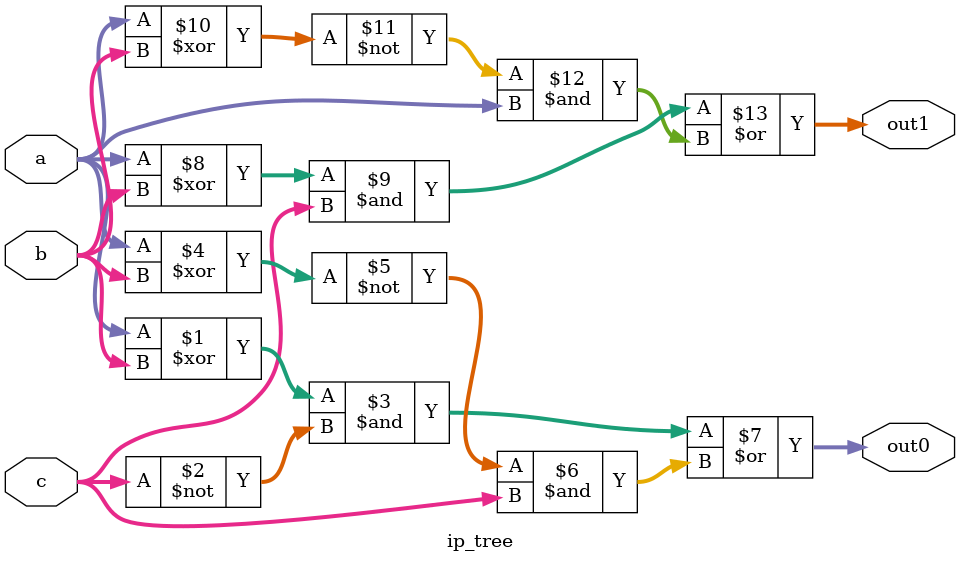
<source format=v>
module ip_tree #(parameter P_SIZE = 16) (
    input [P_SIZE-1:0] a,
    input [P_SIZE-1:0] b,
    input [P_SIZE-1:0] c,
    output [P_SIZE-1:0] out0,
    output [P_SIZE-1:0] out1
);

    assign out0 = ((a ^ b) & ~c) | (~(a ^ b) & c);
    assign out1 = ((a ^ b) & c) | (~(a ^ b) & a);

endmodule

</source>
